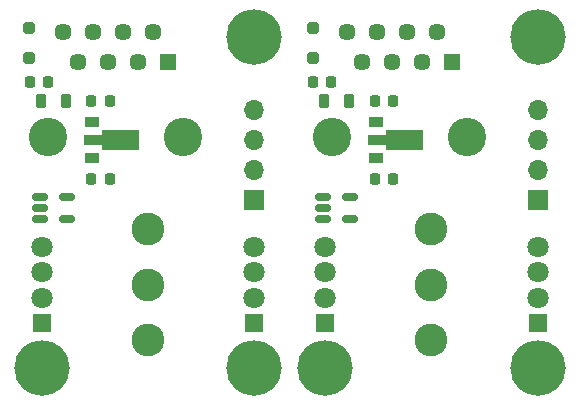
<source format=gbr>
%TF.GenerationSoftware,KiCad,Pcbnew,7.0.10*%
%TF.CreationDate,2025-01-30T23:53:47+01:00*%
%TF.ProjectId,DoublePanel_VCut,446f7562-6c65-4506-916e-656c5f564375,rev?*%
%TF.SameCoordinates,Original*%
%TF.FileFunction,Soldermask,Top*%
%TF.FilePolarity,Negative*%
%FSLAX46Y46*%
G04 Gerber Fmt 4.6, Leading zero omitted, Abs format (unit mm)*
G04 Created by KiCad (PCBNEW 7.0.10) date 2025-01-30 23:53:47*
%MOMM*%
%LPD*%
G01*
G04 APERTURE LIST*
G04 Aperture macros list*
%AMRoundRect*
0 Rectangle with rounded corners*
0 $1 Rounding radius*
0 $2 $3 $4 $5 $6 $7 $8 $9 X,Y pos of 4 corners*
0 Add a 4 corners polygon primitive as box body*
4,1,4,$2,$3,$4,$5,$6,$7,$8,$9,$2,$3,0*
0 Add four circle primitives for the rounded corners*
1,1,$1+$1,$2,$3*
1,1,$1+$1,$4,$5*
1,1,$1+$1,$6,$7*
1,1,$1+$1,$8,$9*
0 Add four rect primitives between the rounded corners*
20,1,$1+$1,$2,$3,$4,$5,0*
20,1,$1+$1,$4,$5,$6,$7,0*
20,1,$1+$1,$6,$7,$8,$9,0*
20,1,$1+$1,$8,$9,$2,$3,0*%
%AMFreePoly0*
4,1,9,3.862500,-0.866500,0.737500,-0.866500,0.737500,-0.450000,-0.737500,-0.450000,-0.737500,0.450000,0.737500,0.450000,0.737500,0.866500,3.862500,0.866500,3.862500,-0.866500,3.862500,-0.866500,$1*%
G04 Aperture macros list end*
%ADD10R,1.500000X1.500000*%
%ADD11C,1.800000*%
%ADD12RoundRect,0.225000X-0.225000X-0.250000X0.225000X-0.250000X0.225000X0.250000X-0.225000X0.250000X0*%
%ADD13C,2.775000*%
%ADD14R,1.300000X0.900000*%
%ADD15FreePoly0,0.000000*%
%ADD16C,4.700000*%
%ADD17RoundRect,0.250000X0.250000X-0.250000X0.250000X0.250000X-0.250000X0.250000X-0.250000X-0.250000X0*%
%ADD18RoundRect,0.218750X-0.218750X-0.381250X0.218750X-0.381250X0.218750X0.381250X-0.218750X0.381250X0*%
%ADD19RoundRect,0.150000X-0.512500X-0.150000X0.512500X-0.150000X0.512500X0.150000X-0.512500X0.150000X0*%
%ADD20C,3.250000*%
%ADD21R,1.446000X1.446000*%
%ADD22C,1.446000*%
%ADD23R,1.700000X1.700000*%
%ADD24O,1.700000X1.700000*%
G04 APERTURE END LIST*
D10*
%TO.C,D3*%
X145500000Y-47238500D03*
D11*
X145500000Y-45079500D03*
X145500000Y-42920500D03*
X145500000Y-40761500D03*
%TD*%
D10*
%TO.C,D1*%
X151500000Y-47238500D03*
D11*
X151500000Y-45079500D03*
X151500000Y-42920500D03*
X151500000Y-40761500D03*
%TD*%
D10*
%TO.C,D3*%
X169500000Y-47238500D03*
D11*
X169500000Y-45079500D03*
X169500000Y-42920500D03*
X169500000Y-40761500D03*
%TD*%
D10*
%TO.C,D1*%
X127500000Y-47238500D03*
D11*
X127500000Y-45079500D03*
X127500000Y-42920500D03*
X127500000Y-40761500D03*
%TD*%
D12*
%TO.C,C2*%
X155725000Y-35000000D03*
X157275000Y-35000000D03*
%TD*%
D13*
%TO.C,S1*%
X136500000Y-48700000D03*
X136500000Y-44000000D03*
X136500000Y-39300000D03*
%TD*%
D14*
%TO.C,U1*%
X131800000Y-30239000D03*
D15*
X131887500Y-31739000D03*
D14*
X131800000Y-33239000D03*
%TD*%
D16*
%TO.C,H2*%
X127500000Y-51000000D03*
%TD*%
%TO.C,H3*%
X145500000Y-51000000D03*
%TD*%
D14*
%TO.C,U1*%
X155800000Y-30239000D03*
D15*
X155887500Y-31739000D03*
D14*
X155800000Y-33239000D03*
%TD*%
D16*
%TO.C,H1*%
X169500000Y-23000000D03*
%TD*%
D17*
%TO.C,D2*%
X126470000Y-24750000D03*
X126470000Y-22250000D03*
%TD*%
D18*
%TO.C,L1*%
X151437500Y-28438000D03*
X153562500Y-28438000D03*
%TD*%
D12*
%TO.C,C1*%
X131725000Y-28438000D03*
X133275000Y-28438000D03*
%TD*%
D19*
%TO.C,U2*%
X127362500Y-36550000D03*
X127362500Y-37500000D03*
X127362500Y-38450000D03*
X129637500Y-38450000D03*
X129637500Y-36550000D03*
%TD*%
D16*
%TO.C,H2*%
X151500000Y-51000000D03*
%TD*%
D12*
%TO.C,C3*%
X126498000Y-26787000D03*
X128048000Y-26787000D03*
%TD*%
D16*
%TO.C,H3*%
X169500000Y-51000000D03*
%TD*%
D12*
%TO.C,C2*%
X131725000Y-35000000D03*
X133275000Y-35000000D03*
%TD*%
D18*
%TO.C,L1*%
X127437500Y-28438000D03*
X129562500Y-28438000D03*
%TD*%
D13*
%TO.C,S1*%
X160500000Y-48700000D03*
X160500000Y-44000000D03*
X160500000Y-39300000D03*
%TD*%
D16*
%TO.C,H1*%
X145500000Y-23000000D03*
%TD*%
D12*
%TO.C,C1*%
X155725000Y-28438000D03*
X157275000Y-28438000D03*
%TD*%
D17*
%TO.C,D2*%
X150470000Y-24750000D03*
X150470000Y-22250000D03*
%TD*%
D12*
%TO.C,C3*%
X150498000Y-26787000D03*
X152048000Y-26787000D03*
%TD*%
D19*
%TO.C,U2*%
X151362500Y-36550000D03*
X151362500Y-37500000D03*
X151362500Y-38450000D03*
X153637500Y-38450000D03*
X153637500Y-36550000D03*
%TD*%
D20*
%TO.C,J1*%
X163500000Y-31500000D03*
X152070000Y-31500000D03*
D21*
X162230000Y-25150000D03*
D22*
X160960000Y-22610000D03*
X159690000Y-25150000D03*
X158420000Y-22610000D03*
X157150000Y-25150000D03*
X155880000Y-22610000D03*
X154610000Y-25150000D03*
X153340000Y-22610000D03*
%TD*%
D23*
%TO.C,J2*%
X169500000Y-36800000D03*
D24*
X169500000Y-34260000D03*
X169500000Y-31720000D03*
X169500000Y-29180000D03*
%TD*%
D20*
%TO.C,J1*%
X139500000Y-31500000D03*
X128070000Y-31500000D03*
D21*
X138230000Y-25150000D03*
D22*
X136960000Y-22610000D03*
X135690000Y-25150000D03*
X134420000Y-22610000D03*
X133150000Y-25150000D03*
X131880000Y-22610000D03*
X130610000Y-25150000D03*
X129340000Y-22610000D03*
%TD*%
D23*
%TO.C,J2*%
X145500000Y-36800000D03*
D24*
X145500000Y-34260000D03*
X145500000Y-31720000D03*
X145500000Y-29180000D03*
%TD*%
M02*

</source>
